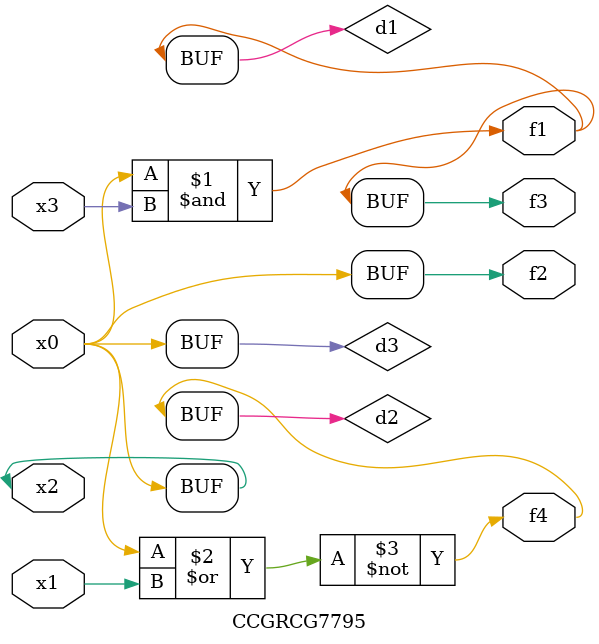
<source format=v>
module CCGRCG7795(
	input x0, x1, x2, x3,
	output f1, f2, f3, f4
);

	wire d1, d2, d3;

	and (d1, x2, x3);
	nor (d2, x0, x1);
	buf (d3, x0, x2);
	assign f1 = d1;
	assign f2 = d3;
	assign f3 = d1;
	assign f4 = d2;
endmodule

</source>
